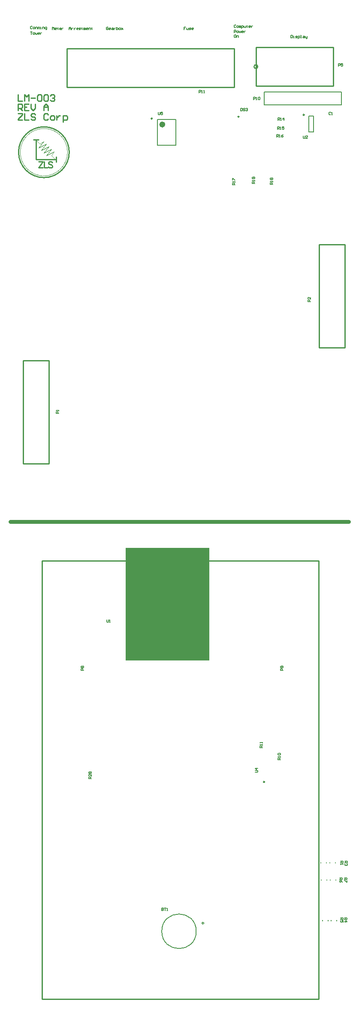
<source format=gbr>
G04 Layer_Color=65535*
%FSLAX26Y26*%
%MOIN*%
%TF.FileFunction,Legend,Top*%
%TF.Part,Single*%
G01*
G75*
%TA.AperFunction,NonConductor*%
%ADD42C,0.009842*%
%ADD43C,0.023622*%
%ADD44C,0.007874*%
%ADD45C,0.010000*%
%ADD46C,0.030000*%
%ADD48C,0.005000*%
%ADD80C,0.003937*%
%ADD81C,0.001000*%
G36*
X-1093000Y3575000D02*
X-1093000Y2700000D01*
X-1743000Y2700000D01*
X-1743000Y3575000D01*
X-1093000Y3575000D01*
X-1093000Y3575000D02*
G37*
D42*
X-1535299Y6904902D02*
G03*
X-1535299Y6904902I-4921J0D01*
G01*
X-860953Y6919878D02*
G03*
X-860953Y6919878I-4921J0D01*
G01*
X-353630Y6934027D02*
G03*
X-353630Y6934027I-4921J0D01*
G01*
X-662449Y1759291D02*
G03*
X-662449Y1759291I-4921J0D01*
G01*
D43*
X-1445732Y6858642D02*
G03*
X-1445732Y6858642I-11811J0D01*
G01*
D44*
X-1194142Y600000D02*
G03*
X-1194142Y600000I-133858J0D01*
G01*
X-1140992Y655118D02*
X-1140992Y674803D01*
X-1150835Y664961D02*
X-1131149Y664961D01*
X-666001Y7011500D02*
X-66001Y7011500D01*
X-666001Y7111500D02*
X-66001Y7111500D01*
X-666001Y7011500D02*
X-666001Y7111500D01*
X-66001Y7011500D02*
X-66001Y7111500D01*
X-1496913Y6697224D02*
X-1496913Y6898012D01*
X-1351243Y6697224D02*
X-1351243Y6898012D01*
X-1496913Y6898012D02*
X-1351243Y6898012D01*
X-1496913Y6697224D02*
X-1351243Y6697224D01*
X-183960Y1130753D02*
X-183960Y1134688D01*
X-227268Y1130753D02*
X-227268Y1134688D01*
X-156402Y1130753D02*
X-156402Y1134688D01*
X-113094Y1130753D02*
X-113094Y1134688D01*
X-144591Y681934D02*
X-144591Y685870D01*
X-101283Y681934D02*
X-101283Y685870D01*
X-223331Y996894D02*
X-223331Y1000832D01*
X-180023Y996894D02*
X-180023Y1000832D01*
X-168212Y681933D02*
X-168212Y685871D01*
X-211520Y681933D02*
X-211520Y685871D01*
X-109158Y996894D02*
X-109158Y1000830D01*
X-152464Y996894D02*
X-152464Y1000830D01*
X-280796Y6801153D02*
X-280796Y6923200D01*
X-320166Y6801153D02*
X-320166Y6923200D01*
X-320166Y6801153D02*
X-280796Y6801153D01*
X-320166Y6923200D02*
X-280796Y6923200D01*
D45*
X-716339Y7307176D02*
G03*
X-716339Y7307176I-14142J0D01*
G01*
X-2181150Y6643500D02*
G03*
X-2181150Y6643500I-196850J0D01*
G01*
X-2198000Y7148500D02*
X-2198000Y7448500D01*
X-2198000Y7148500D02*
X-898000Y7148500D01*
X-898000Y7448500D01*
X-2198000Y7448500D02*
X-898000Y7448500D01*
X-2393000Y75000D02*
X-2393000Y3475000D01*
X-2393000Y75000D02*
X-243000Y75000D01*
X-2393000Y3475000D02*
X-243000Y3475000D01*
X-243000Y75000D02*
X-243000Y3475000D01*
X-730481Y7157176D02*
X-730481Y7457176D01*
X-130481Y7457176D01*
X-130481Y7157176D02*
X-130481Y7457176D01*
X-730481Y7157176D02*
X-130481Y7157176D01*
X-2283000Y6566500D02*
X-2283000Y6606500D01*
X-2438000Y6586500D02*
X-2438000Y6736500D01*
X-2438000Y6586500D02*
X-2288000Y6586500D01*
X-2458000Y6741500D02*
X-2418000Y6741500D01*
X-2538000Y5028500D02*
X-2338000Y5028500D01*
X-2538000Y4228500D02*
X-2538000Y5028500D01*
X-2538000Y4228500D02*
X-2338000Y4228500D01*
X-2338000Y5028500D01*
X-238000Y5928500D02*
X-38000Y5928500D01*
X-238000Y5128500D02*
X-238000Y5928500D01*
X-238000Y5128500D02*
X-38000Y5128500D01*
X-38000Y5928500D01*
X-2386511Y6570734D02*
X-2418000Y6523500D01*
X-2418000Y6570734D02*
X-2386511Y6570734D01*
X-2418000Y6523500D02*
X-2386511Y6523500D01*
X-2375939Y6570734D02*
X-2375939Y6523500D01*
X-2348948Y6523500D01*
X-2312286Y6563986D02*
X-2316784Y6568485D01*
X-2323532Y6570734D01*
X-2332529Y6570734D01*
X-2339277Y6568485D01*
X-2343775Y6563986D01*
X-2343775Y6559488D01*
X-2341526Y6554989D01*
X-2339277Y6552740D01*
X-2334778Y6550491D01*
X-2321283Y6545992D01*
X-2316784Y6543743D01*
X-2314535Y6541494D01*
X-2312286Y6536995D01*
X-2312286Y6530248D01*
X-2316784Y6525749D01*
X-2323532Y6523500D01*
X-2332529Y6523500D01*
X-2339277Y6525749D01*
X-2343775Y6530248D01*
X-2578000Y7089984D02*
X-2578000Y7040000D01*
X-2544677Y7040000D01*
X-2528016Y7040000D02*
X-2528016Y7089984D01*
X-2511355Y7073323D01*
X-2494694Y7089984D01*
X-2494694Y7040000D01*
X-2478032Y7064992D02*
X-2444710Y7064992D01*
X-2428049Y7081653D02*
X-2419718Y7089984D01*
X-2403057Y7089984D01*
X-2394726Y7081653D01*
X-2394726Y7048331D01*
X-2403057Y7040000D01*
X-2419718Y7040000D01*
X-2428049Y7048331D01*
X-2428049Y7081653D01*
X-2378065Y7081653D02*
X-2369734Y7089984D01*
X-2353073Y7089984D01*
X-2344742Y7081653D01*
X-2344742Y7048331D01*
X-2353073Y7040000D01*
X-2369734Y7040000D01*
X-2378065Y7048331D01*
X-2378065Y7081653D01*
X-2328081Y7081653D02*
X-2319750Y7089984D01*
X-2303089Y7089984D01*
X-2294758Y7081653D01*
X-2294758Y7073323D01*
X-2303089Y7064992D01*
X-2311420Y7064992D01*
X-2303089Y7064992D01*
X-2294758Y7056661D01*
X-2294758Y7048331D01*
X-2303089Y7040000D01*
X-2319750Y7040000D01*
X-2328081Y7048331D01*
X-2578000Y6968500D02*
X-2578000Y7018484D01*
X-2553008Y7018484D01*
X-2544677Y7010153D01*
X-2544677Y6993492D01*
X-2553008Y6985161D01*
X-2578000Y6985161D01*
X-2561339Y6985161D02*
X-2544677Y6968500D01*
X-2494694Y7018484D02*
X-2528016Y7018484D01*
X-2528016Y6968500D01*
X-2494694Y6968500D01*
X-2528016Y6993492D02*
X-2511355Y6993492D01*
X-2478032Y7018484D02*
X-2478032Y6985161D01*
X-2461371Y6968500D01*
X-2444710Y6985161D01*
X-2444710Y7018484D01*
X-2378065Y6968500D02*
X-2378065Y7001823D01*
X-2361403Y7018484D01*
X-2344742Y7001823D01*
X-2344742Y6968500D01*
X-2344742Y6993492D01*
X-2378065Y6993492D01*
X-2578000Y6943484D02*
X-2544677Y6943484D01*
X-2544677Y6935153D01*
X-2578000Y6901831D01*
X-2578000Y6893500D01*
X-2544677Y6893500D01*
X-2528016Y6943484D02*
X-2528016Y6893500D01*
X-2494694Y6893500D01*
X-2444710Y6935153D02*
X-2453041Y6943484D01*
X-2469702Y6943484D01*
X-2478032Y6935153D01*
X-2478032Y6926823D01*
X-2469702Y6918492D01*
X-2453041Y6918492D01*
X-2444710Y6910161D01*
X-2444710Y6901831D01*
X-2453041Y6893500D01*
X-2469702Y6893500D01*
X-2478032Y6901831D01*
X-2344742Y6935153D02*
X-2353073Y6943484D01*
X-2369734Y6943484D01*
X-2378065Y6935153D01*
X-2378065Y6901831D01*
X-2369734Y6893500D01*
X-2353073Y6893500D01*
X-2344742Y6901831D01*
X-2319750Y6893500D02*
X-2303089Y6893500D01*
X-2294758Y6901831D01*
X-2294758Y6918492D01*
X-2303089Y6926823D01*
X-2319750Y6926823D01*
X-2328081Y6918492D01*
X-2328081Y6901831D01*
X-2319750Y6893500D01*
X-2278097Y6926823D02*
X-2278097Y6893500D01*
X-2278097Y6910161D01*
X-2269767Y6918492D01*
X-2261436Y6926823D01*
X-2253105Y6926823D01*
X-2228113Y6876839D02*
X-2228113Y6926823D01*
X-2203122Y6926823D01*
X-2194791Y6918492D01*
X-2194791Y6901831D01*
X-2203122Y6893500D01*
X-2228113Y6893500D01*
D46*
X-2637590Y3778910D02*
X-8575Y3778910D01*
D48*
X-2183000Y7593500D02*
X-2183000Y7606619D01*
X-2176441Y7613179D01*
X-2169881Y7606619D01*
X-2169881Y7593500D01*
X-2169881Y7603339D01*
X-2183000Y7603339D01*
X-2163321Y7606619D02*
X-2163321Y7593500D01*
X-2163321Y7600060D01*
X-2160042Y7603339D01*
X-2156762Y7606619D01*
X-2153482Y7606619D01*
X-2143643Y7606619D02*
X-2143643Y7593500D01*
X-2143643Y7600060D01*
X-2140363Y7603339D01*
X-2137083Y7606619D01*
X-2133803Y7606619D01*
X-2114125Y7593500D02*
X-2120684Y7593500D01*
X-2123964Y7596780D01*
X-2123964Y7603339D01*
X-2120684Y7606619D01*
X-2114125Y7606619D01*
X-2110845Y7603339D01*
X-2110845Y7600060D01*
X-2123964Y7600060D01*
X-2104286Y7593500D02*
X-2094446Y7593500D01*
X-2091166Y7596780D01*
X-2094446Y7600060D01*
X-2101006Y7600060D01*
X-2104286Y7603339D01*
X-2101006Y7606619D01*
X-2091166Y7606619D01*
X-2081327Y7609899D02*
X-2081327Y7606619D01*
X-2084607Y7606619D01*
X-2078048Y7606619D01*
X-2081327Y7606619D01*
X-2081327Y7596780D01*
X-2078048Y7593500D01*
X-2068208Y7593500D02*
X-2068208Y7606619D01*
X-2064928Y7606619D01*
X-2061649Y7603339D01*
X-2061649Y7593500D01*
X-2061649Y7603339D01*
X-2058369Y7606619D01*
X-2055089Y7603339D01*
X-2055089Y7593500D01*
X-2038690Y7593500D02*
X-2045250Y7593500D01*
X-2048530Y7596780D01*
X-2048530Y7603339D01*
X-2045250Y7606619D01*
X-2038690Y7606619D01*
X-2035410Y7603339D01*
X-2035410Y7600060D01*
X-2048530Y7600060D01*
X-2028851Y7593500D02*
X-2028851Y7606619D01*
X-2019012Y7606619D01*
X-2015732Y7603339D01*
X-2015732Y7593500D01*
X-2005892Y7609899D02*
X-2005892Y7606619D01*
X-2009172Y7606619D01*
X-2002613Y7606619D01*
X-2005892Y7606619D01*
X-2005892Y7596780D01*
X-2002613Y7593500D01*
X-2313000Y7593500D02*
X-2313000Y7613179D01*
X-2306441Y7606619D01*
X-2299881Y7613179D01*
X-2299881Y7593500D01*
X-2283482Y7593500D02*
X-2290042Y7593500D01*
X-2293321Y7596780D01*
X-2293321Y7603339D01*
X-2290042Y7606619D01*
X-2283482Y7606619D01*
X-2280202Y7603339D01*
X-2280202Y7600060D01*
X-2293321Y7600060D01*
X-2270363Y7609899D02*
X-2270363Y7606619D01*
X-2273643Y7606619D01*
X-2267083Y7606619D01*
X-2270363Y7606619D01*
X-2270363Y7596780D01*
X-2267083Y7593500D01*
X-2247405Y7593500D02*
X-2253964Y7593500D01*
X-2257244Y7596780D01*
X-2257244Y7603339D01*
X-2253964Y7606619D01*
X-2247405Y7606619D01*
X-2244125Y7603339D01*
X-2244125Y7600060D01*
X-2257244Y7600060D01*
X-2237565Y7606619D02*
X-2237565Y7593500D01*
X-2237565Y7600060D01*
X-2234285Y7603339D01*
X-2231006Y7606619D01*
X-2227726Y7606619D01*
X-886881Y7628687D02*
X-890161Y7631967D01*
X-896720Y7631967D01*
X-900000Y7628687D01*
X-900000Y7615568D01*
X-896720Y7612288D01*
X-890161Y7612288D01*
X-886881Y7615568D01*
X-877042Y7612288D02*
X-870482Y7612288D01*
X-867202Y7615568D01*
X-867202Y7622127D01*
X-870482Y7625407D01*
X-877042Y7625407D01*
X-880321Y7622127D01*
X-880321Y7615568D01*
X-877042Y7612288D01*
X-860643Y7612288D02*
X-860643Y7625407D01*
X-857363Y7625407D01*
X-854083Y7622127D01*
X-854083Y7612288D01*
X-854083Y7622127D01*
X-850803Y7625407D01*
X-847524Y7622127D01*
X-847524Y7612288D01*
X-840964Y7605729D02*
X-840964Y7625407D01*
X-831125Y7625407D01*
X-827845Y7622127D01*
X-827845Y7615568D01*
X-831125Y7612288D01*
X-840964Y7612288D01*
X-821286Y7625407D02*
X-821286Y7615568D01*
X-818006Y7612288D01*
X-808167Y7612288D01*
X-808167Y7625407D01*
X-798327Y7628687D02*
X-798327Y7625407D01*
X-801607Y7625407D01*
X-795048Y7625407D01*
X-798327Y7625407D01*
X-798327Y7615568D01*
X-795048Y7612288D01*
X-775369Y7612288D02*
X-781928Y7612288D01*
X-785208Y7615568D01*
X-785208Y7622127D01*
X-781928Y7625407D01*
X-775369Y7625407D01*
X-772089Y7622127D01*
X-772089Y7618848D01*
X-785208Y7618848D01*
X-765529Y7625407D02*
X-765529Y7612288D01*
X-765529Y7618848D01*
X-762250Y7622127D01*
X-758970Y7625407D01*
X-755690Y7625407D01*
X-900000Y7570114D02*
X-900000Y7589793D01*
X-890161Y7589793D01*
X-886881Y7586513D01*
X-886881Y7579954D01*
X-890161Y7576674D01*
X-900000Y7576674D01*
X-877042Y7570114D02*
X-870482Y7570114D01*
X-867202Y7573394D01*
X-867202Y7579954D01*
X-870482Y7583233D01*
X-877042Y7583233D01*
X-880321Y7579954D01*
X-880321Y7573394D01*
X-877042Y7570114D01*
X-860643Y7583233D02*
X-860643Y7573394D01*
X-857363Y7570114D01*
X-854083Y7573394D01*
X-850803Y7570114D01*
X-847524Y7573394D01*
X-847524Y7583233D01*
X-831125Y7570114D02*
X-837684Y7570114D01*
X-840964Y7573394D01*
X-840964Y7579954D01*
X-837684Y7583233D01*
X-831125Y7583233D01*
X-827845Y7579954D01*
X-827845Y7576674D01*
X-840964Y7576674D01*
X-821286Y7583233D02*
X-821286Y7570114D01*
X-821286Y7576674D01*
X-818006Y7579954D01*
X-814726Y7583233D01*
X-811446Y7583233D01*
X-890161Y7554179D02*
X-896720Y7554179D01*
X-900000Y7550899D01*
X-900000Y7537780D01*
X-896720Y7534500D01*
X-890161Y7534500D01*
X-886881Y7537780D01*
X-886881Y7550899D01*
X-890161Y7554179D01*
X-880321Y7534500D02*
X-880321Y7547619D01*
X-870482Y7547619D01*
X-867202Y7544339D01*
X-867202Y7534500D01*
X-1879881Y7609899D02*
X-1883161Y7613179D01*
X-1889720Y7613179D01*
X-1893000Y7609899D01*
X-1893000Y7596780D01*
X-1889720Y7593500D01*
X-1883161Y7593500D01*
X-1879881Y7596780D01*
X-1879881Y7603339D01*
X-1886440Y7603339D01*
X-1863482Y7593500D02*
X-1870042Y7593500D01*
X-1873321Y7596780D01*
X-1873321Y7603339D01*
X-1870042Y7606619D01*
X-1863482Y7606619D01*
X-1860202Y7603339D01*
X-1860202Y7600060D01*
X-1873321Y7600060D01*
X-1850363Y7606619D02*
X-1843803Y7606619D01*
X-1840524Y7603339D01*
X-1840524Y7593500D01*
X-1850363Y7593500D01*
X-1853643Y7596780D01*
X-1850363Y7600060D01*
X-1840524Y7600060D01*
X-1833964Y7606619D02*
X-1833964Y7593500D01*
X-1833964Y7600060D01*
X-1830684Y7603339D01*
X-1827405Y7606619D01*
X-1824125Y7606619D01*
X-1814286Y7613179D02*
X-1814286Y7593500D01*
X-1804446Y7593500D01*
X-1801167Y7596780D01*
X-1801167Y7600060D01*
X-1801167Y7603339D01*
X-1804446Y7606619D01*
X-1814286Y7606619D01*
X-1791327Y7593500D02*
X-1784768Y7593500D01*
X-1781488Y7596780D01*
X-1781488Y7603339D01*
X-1784768Y7606619D01*
X-1791327Y7606619D01*
X-1794607Y7603339D01*
X-1794607Y7596780D01*
X-1791327Y7593500D01*
X-1774928Y7606619D02*
X-1761809Y7593500D01*
X-1768369Y7600060D01*
X-1761809Y7606619D01*
X-1774928Y7593500D01*
X-2469881Y7617073D02*
X-2473161Y7620352D01*
X-2479720Y7620352D01*
X-2483000Y7617073D01*
X-2483000Y7603954D01*
X-2479720Y7600674D01*
X-2473161Y7600674D01*
X-2469881Y7603954D01*
X-2460042Y7600674D02*
X-2453482Y7600674D01*
X-2450202Y7603954D01*
X-2450202Y7610513D01*
X-2453482Y7613793D01*
X-2460042Y7613793D01*
X-2463321Y7610513D01*
X-2463321Y7603954D01*
X-2460042Y7600674D01*
X-2443643Y7600674D02*
X-2443643Y7613793D01*
X-2433803Y7613793D01*
X-2430524Y7610513D01*
X-2430524Y7600674D01*
X-2423964Y7600674D02*
X-2423964Y7613793D01*
X-2414125Y7613793D01*
X-2410845Y7610513D01*
X-2410845Y7600674D01*
X-2404286Y7600674D02*
X-2397726Y7600674D01*
X-2401006Y7600674D01*
X-2401006Y7613793D01*
X-2404286Y7613793D01*
X-2387887Y7600674D02*
X-2387887Y7613793D01*
X-2378047Y7613793D01*
X-2374768Y7610513D01*
X-2374768Y7600674D01*
X-2361649Y7594114D02*
X-2358369Y7594114D01*
X-2355089Y7597394D01*
X-2355089Y7613793D01*
X-2364928Y7613793D01*
X-2368208Y7610513D01*
X-2368208Y7603954D01*
X-2364928Y7600674D01*
X-2355089Y7600674D01*
X-2483000Y7578179D02*
X-2469881Y7578179D01*
X-2476441Y7578179D01*
X-2476441Y7558500D01*
X-2460042Y7558500D02*
X-2453482Y7558500D01*
X-2450202Y7561780D01*
X-2450202Y7568339D01*
X-2453482Y7571619D01*
X-2460042Y7571619D01*
X-2463321Y7568339D01*
X-2463321Y7561780D01*
X-2460042Y7558500D01*
X-2443643Y7571619D02*
X-2443643Y7561780D01*
X-2440363Y7558500D01*
X-2437083Y7561780D01*
X-2433803Y7558500D01*
X-2430524Y7561780D01*
X-2430524Y7571619D01*
X-2414125Y7558500D02*
X-2420684Y7558500D01*
X-2423964Y7561780D01*
X-2423964Y7568339D01*
X-2420684Y7571619D01*
X-2414125Y7571619D01*
X-2410845Y7568339D01*
X-2410845Y7565060D01*
X-2423964Y7565060D01*
X-2404286Y7571619D02*
X-2404286Y7558500D01*
X-2404286Y7565060D01*
X-2401006Y7568339D01*
X-2397726Y7571619D01*
X-2394446Y7571619D01*
X-460457Y7550205D02*
X-460457Y7530212D01*
X-450460Y7530212D01*
X-447128Y7533544D01*
X-447128Y7546873D01*
X-450460Y7550205D01*
X-460457Y7550205D01*
X-440463Y7530212D02*
X-433799Y7530212D01*
X-437131Y7530212D01*
X-437131Y7543541D01*
X-440463Y7543541D01*
X-423802Y7530212D02*
X-413805Y7530212D01*
X-410473Y7533544D01*
X-413805Y7536876D01*
X-420470Y7536876D01*
X-423802Y7540208D01*
X-420470Y7543541D01*
X-410473Y7543541D01*
X-403808Y7523547D02*
X-403808Y7543541D01*
X-393812Y7543541D01*
X-390479Y7540208D01*
X-390479Y7533544D01*
X-393812Y7530212D01*
X-403808Y7530212D01*
X-383815Y7530212D02*
X-377150Y7530212D01*
X-380483Y7530212D01*
X-380483Y7550205D01*
X-383815Y7550205D01*
X-363821Y7543541D02*
X-357157Y7543541D01*
X-353825Y7540208D01*
X-353825Y7530212D01*
X-363821Y7530212D01*
X-367154Y7533544D01*
X-363821Y7536876D01*
X-353825Y7536876D01*
X-347160Y7543541D02*
X-347160Y7533544D01*
X-343828Y7530212D01*
X-333831Y7530212D01*
X-333831Y7526879D01*
X-337163Y7523547D01*
X-340496Y7523547D01*
X-333831Y7530212D02*
X-333831Y7543541D01*
X-1461181Y782391D02*
X-1461181Y762398D01*
X-1451184Y762398D01*
X-1447852Y765730D01*
X-1447852Y769062D01*
X-1451184Y772394D01*
X-1461181Y772394D01*
X-1451184Y772394D01*
X-1447852Y775727D01*
X-1447852Y779059D01*
X-1451184Y782391D01*
X-1461181Y782391D01*
X-1441188Y782391D02*
X-1427859Y782391D01*
X-1434523Y782391D01*
X-1434523Y762398D01*
X-1421194Y762398D02*
X-1414530Y762398D01*
X-1417862Y762398D01*
X-1417862Y782391D01*
X-1421194Y779059D01*
X-2008000Y1785000D02*
X-2027994Y1785000D01*
X-2027994Y1794997D01*
X-2024661Y1798329D01*
X-2017997Y1798329D01*
X-2014665Y1794997D01*
X-2014665Y1785000D01*
X-2014665Y1791665D02*
X-2008000Y1798329D01*
X-2008000Y1818322D02*
X-2008000Y1804994D01*
X-2021329Y1818322D01*
X-2024661Y1818322D01*
X-2027994Y1814990D01*
X-2027994Y1808326D01*
X-2024661Y1804994D01*
X-2024661Y1824987D02*
X-2027994Y1828319D01*
X-2027994Y1834984D01*
X-2024661Y1838316D01*
X-2021329Y1838316D01*
X-2017997Y1834984D01*
X-2014665Y1838316D01*
X-2011332Y1838316D01*
X-2008000Y1834984D01*
X-2008000Y1828319D01*
X-2011332Y1824987D01*
X-2014665Y1824987D01*
X-2017997Y1828319D01*
X-2021329Y1824987D01*
X-2024661Y1824987D01*
X-2017997Y1828319D02*
X-2017997Y1834984D01*
X-538000Y1930000D02*
X-557994Y1930000D01*
X-557994Y1939997D01*
X-554661Y1943329D01*
X-547997Y1943329D01*
X-544664Y1939997D01*
X-544664Y1930000D01*
X-544664Y1936665D02*
X-538000Y1943329D01*
X-538000Y1949994D02*
X-538000Y1956658D01*
X-538000Y1953326D01*
X-557994Y1953326D01*
X-554661Y1949994D01*
X-554661Y1966655D02*
X-557994Y1969987D01*
X-557994Y1976652D01*
X-554661Y1979984D01*
X-541332Y1979984D01*
X-538000Y1976652D01*
X-538000Y1969987D01*
X-541332Y1966655D01*
X-554661Y1966655D01*
X-363000Y6769993D02*
X-363000Y6753332D01*
X-359668Y6750000D01*
X-353003Y6750000D01*
X-349671Y6753332D01*
X-349671Y6769993D01*
X-329678Y6750000D02*
X-343007Y6750000D01*
X-329678Y6763329D01*
X-329678Y6766661D01*
X-333010Y6769993D01*
X-339674Y6769993D01*
X-343007Y6766661D01*
X-678000Y2025000D02*
X-697994Y2025000D01*
X-697994Y2034997D01*
X-694661Y2038329D01*
X-687997Y2038329D01*
X-684664Y2034997D01*
X-684664Y2025000D01*
X-684664Y2031665D02*
X-678000Y2038329D01*
X-678000Y2044994D02*
X-678000Y2051658D01*
X-678000Y2048326D01*
X-697994Y2048326D01*
X-694661Y2044994D01*
X-678000Y2061655D02*
X-678000Y2068319D01*
X-678000Y2064987D01*
X-697994Y2064987D01*
X-694661Y2061655D01*
X-149671Y6951661D02*
X-153003Y6954993D01*
X-159668Y6954993D01*
X-163000Y6951661D01*
X-163000Y6938332D01*
X-159668Y6935000D01*
X-153003Y6935000D01*
X-149671Y6938332D01*
X-143006Y6935000D02*
X-136342Y6935000D01*
X-139674Y6935000D01*
X-139674Y6954993D01*
X-143006Y6951661D01*
X-1173000Y7105000D02*
X-1173000Y7124993D01*
X-1163003Y7124993D01*
X-1159671Y7121661D01*
X-1159671Y7114997D01*
X-1163003Y7111664D01*
X-1173000Y7111664D01*
X-1153006Y7105000D02*
X-1146342Y7105000D01*
X-1149674Y7105000D01*
X-1149674Y7124993D01*
X-1153006Y7121661D01*
X-1136345Y7105000D02*
X-1129681Y7105000D01*
X-1133013Y7105000D01*
X-1133013Y7124993D01*
X-1136345Y7121661D01*
X-1887425Y3018994D02*
X-1887425Y3002332D01*
X-1884093Y2999000D01*
X-1877428Y2999000D01*
X-1874096Y3002332D01*
X-1874096Y3018994D01*
X-1867432Y2999000D02*
X-1860767Y2999000D01*
X-1864099Y2999000D01*
X-1864099Y3018994D01*
X-1867432Y3015661D01*
X-2261150Y4618461D02*
X-2281143Y4618461D01*
X-2281143Y4628458D01*
X-2277811Y4631790D01*
X-2271146Y4631790D01*
X-2267814Y4628458D01*
X-2267814Y4618461D01*
X-2261150Y4638454D02*
X-2261150Y4645119D01*
X-2261150Y4641787D01*
X-2281143Y4641787D01*
X-2277811Y4638454D01*
X-306110Y5484799D02*
X-326104Y5484799D01*
X-326104Y5494796D01*
X-322772Y5498128D01*
X-316107Y5498128D01*
X-312775Y5494796D01*
X-312775Y5484799D01*
X-306110Y5518122D02*
X-306110Y5504793D01*
X-319439Y5518122D01*
X-322772Y5518122D01*
X-326104Y5514789D01*
X-326104Y5508125D01*
X-322772Y5504793D01*
X-748000Y7050000D02*
X-748000Y7069993D01*
X-738003Y7069993D01*
X-734671Y7066661D01*
X-734671Y7059997D01*
X-738003Y7056664D01*
X-748000Y7056664D01*
X-728006Y7050000D02*
X-721342Y7050000D01*
X-724674Y7050000D01*
X-724674Y7069993D01*
X-728006Y7066661D01*
X-711345Y7066661D02*
X-708013Y7069993D01*
X-701348Y7069993D01*
X-698016Y7066661D01*
X-698016Y7053332D01*
X-701348Y7050000D01*
X-708013Y7050000D01*
X-711345Y7053332D01*
X-711345Y7066661D01*
X-893000Y6390000D02*
X-912994Y6390000D01*
X-912994Y6399997D01*
X-909661Y6403329D01*
X-902997Y6403329D01*
X-899664Y6399997D01*
X-899664Y6390000D01*
X-899664Y6396664D02*
X-893000Y6403329D01*
X-893000Y6409993D02*
X-893000Y6416658D01*
X-893000Y6413326D01*
X-912994Y6413326D01*
X-909661Y6409993D01*
X-912994Y6426655D02*
X-912994Y6439984D01*
X-909661Y6439984D01*
X-896332Y6426655D01*
X-893000Y6426655D01*
X-598000Y6395000D02*
X-617994Y6395000D01*
X-617994Y6404997D01*
X-614661Y6408329D01*
X-607997Y6408329D01*
X-604664Y6404997D01*
X-604664Y6395000D01*
X-604664Y6401664D02*
X-598000Y6408329D01*
X-598000Y6414993D02*
X-598000Y6421658D01*
X-598000Y6418326D01*
X-617994Y6418326D01*
X-614661Y6414993D01*
X-614661Y6431655D02*
X-617994Y6434987D01*
X-617994Y6441652D01*
X-614661Y6444984D01*
X-611329Y6444984D01*
X-607997Y6441652D01*
X-604664Y6444984D01*
X-601332Y6444984D01*
X-598000Y6441652D01*
X-598000Y6434987D01*
X-601332Y6431655D01*
X-604664Y6431655D01*
X-607997Y6434987D01*
X-611329Y6431655D01*
X-614661Y6431655D01*
X-607997Y6434987D02*
X-607997Y6441652D01*
X-738000Y6400000D02*
X-757994Y6400000D01*
X-757994Y6409997D01*
X-754661Y6413329D01*
X-747997Y6413329D01*
X-744664Y6409997D01*
X-744664Y6400000D01*
X-744664Y6406664D02*
X-738000Y6413329D01*
X-738000Y6419993D02*
X-738000Y6426658D01*
X-738000Y6423326D01*
X-757994Y6423326D01*
X-754661Y6419993D01*
X-741332Y6436655D02*
X-738000Y6439987D01*
X-738000Y6446652D01*
X-741332Y6449984D01*
X-754661Y6449984D01*
X-757994Y6446652D01*
X-757994Y6439987D01*
X-754661Y6436655D01*
X-751329Y6436655D01*
X-747997Y6439987D01*
X-747997Y6449984D01*
X-88000Y7310000D02*
X-88000Y7329993D01*
X-78003Y7329993D01*
X-74671Y7326661D01*
X-74671Y7319997D01*
X-78003Y7316664D01*
X-88000Y7316664D01*
X-54678Y7329993D02*
X-68007Y7329993D01*
X-68007Y7319997D01*
X-61342Y7323329D01*
X-58010Y7323329D01*
X-54678Y7319997D01*
X-54678Y7313332D01*
X-58010Y7310000D01*
X-64674Y7310000D01*
X-68007Y7313332D01*
X-1488000Y6954993D02*
X-1488000Y6938332D01*
X-1484668Y6935000D01*
X-1478003Y6935000D01*
X-1474671Y6938332D01*
X-1474671Y6954993D01*
X-1454678Y6954993D02*
X-1468006Y6954993D01*
X-1468006Y6944997D01*
X-1461342Y6948329D01*
X-1458010Y6948329D01*
X-1454678Y6944997D01*
X-1454678Y6938332D01*
X-1458010Y6935000D01*
X-1464674Y6935000D01*
X-1468006Y6938332D01*
X-73000Y1145000D02*
X-53007Y1145000D01*
X-53007Y1135003D01*
X-56339Y1131671D01*
X-63003Y1131671D01*
X-66335Y1135003D01*
X-66335Y1145000D01*
X-66335Y1138335D02*
X-73000Y1131671D01*
X-73000Y1125006D02*
X-73000Y1118342D01*
X-73000Y1121674D01*
X-53007Y1121674D01*
X-56339Y1125006D01*
X-38000Y1145000D02*
X-18006Y1145000D01*
X-18006Y1135003D01*
X-21339Y1131671D01*
X-28003Y1131671D01*
X-31335Y1135003D01*
X-31335Y1145000D01*
X-31335Y1138335D02*
X-38000Y1131671D01*
X-21339Y1125006D02*
X-18006Y1121674D01*
X-18006Y1115010D01*
X-21339Y1111678D01*
X-24671Y1111678D01*
X-28003Y1115010D01*
X-28003Y1118342D01*
X-28003Y1115010D01*
X-31335Y1111678D01*
X-34668Y1111678D01*
X-38000Y1115010D01*
X-38000Y1121674D01*
X-34668Y1125006D01*
X-43000Y705000D02*
X-23006Y705000D01*
X-23006Y695003D01*
X-26339Y691671D01*
X-33003Y691671D01*
X-36336Y695003D01*
X-36336Y705000D01*
X-36336Y698336D02*
X-43000Y691671D01*
X-43000Y675010D02*
X-23006Y675010D01*
X-33003Y685006D01*
X-33003Y671678D01*
X-78000Y1015000D02*
X-58007Y1015000D01*
X-58007Y1005003D01*
X-61339Y1001671D01*
X-68003Y1001671D01*
X-71335Y1005003D01*
X-71335Y1015000D01*
X-71335Y1008336D02*
X-78000Y1001671D01*
X-58007Y981678D02*
X-61339Y988342D01*
X-68003Y995006D01*
X-74668Y995006D01*
X-78000Y991674D01*
X-78000Y985010D01*
X-74668Y981678D01*
X-71335Y981678D01*
X-68003Y985010D01*
X-68003Y995006D01*
X-73000Y705000D02*
X-53007Y705000D01*
X-53007Y695003D01*
X-56339Y691671D01*
X-63003Y691671D01*
X-66335Y695003D01*
X-66335Y705000D01*
X-66335Y698336D02*
X-73000Y691671D01*
X-53007Y671678D02*
X-53007Y685006D01*
X-63003Y685006D01*
X-59671Y678342D01*
X-59671Y675010D01*
X-63003Y671678D01*
X-69668Y671678D01*
X-73000Y675010D01*
X-73000Y681674D01*
X-69668Y685006D01*
X-43000Y1015000D02*
X-23006Y1015000D01*
X-23006Y1005003D01*
X-26339Y1001671D01*
X-33003Y1001671D01*
X-36336Y1005003D01*
X-36336Y1015000D01*
X-36336Y1008336D02*
X-43000Y1001671D01*
X-23006Y995006D02*
X-23006Y981678D01*
X-26339Y981678D01*
X-39668Y995006D01*
X-43000Y995006D01*
X-848000Y6984993D02*
X-848000Y6965000D01*
X-838003Y6965000D01*
X-834671Y6968332D01*
X-834671Y6981661D01*
X-838003Y6984993D01*
X-848000Y6984993D01*
X-814678Y6981661D02*
X-818010Y6984993D01*
X-824674Y6984993D01*
X-828006Y6981661D01*
X-828006Y6978329D01*
X-824674Y6974997D01*
X-818010Y6974997D01*
X-814678Y6971664D01*
X-814678Y6968332D01*
X-818010Y6965000D01*
X-824674Y6965000D01*
X-828006Y6968332D01*
X-808013Y6981661D02*
X-804681Y6984993D01*
X-798016Y6984993D01*
X-794684Y6981661D01*
X-794684Y6978329D01*
X-798016Y6974997D01*
X-801348Y6974997D01*
X-798016Y6974997D01*
X-794684Y6971664D01*
X-794684Y6968332D01*
X-798016Y6965000D01*
X-804681Y6965000D01*
X-808013Y6968332D01*
X-558000Y6890000D02*
X-558000Y6909993D01*
X-548003Y6909993D01*
X-544671Y6906661D01*
X-544671Y6899997D01*
X-548003Y6896664D01*
X-558000Y6896664D01*
X-551336Y6896664D02*
X-544671Y6890000D01*
X-538006Y6890000D02*
X-531342Y6890000D01*
X-534674Y6890000D01*
X-534674Y6909993D01*
X-538006Y6906661D01*
X-511348Y6890000D02*
X-511348Y6909993D01*
X-521345Y6899997D01*
X-508016Y6899997D01*
X-563000Y6820000D02*
X-563000Y6839993D01*
X-553003Y6839993D01*
X-549671Y6836661D01*
X-549671Y6829997D01*
X-553003Y6826664D01*
X-563000Y6826664D01*
X-556336Y6826664D02*
X-549671Y6820000D01*
X-543006Y6820000D02*
X-536342Y6820000D01*
X-539674Y6820000D01*
X-539674Y6839993D01*
X-543006Y6836661D01*
X-513016Y6839993D02*
X-526345Y6839993D01*
X-526345Y6829997D01*
X-519681Y6833329D01*
X-516348Y6833329D01*
X-513016Y6829997D01*
X-513016Y6823332D01*
X-516348Y6820000D01*
X-523013Y6820000D01*
X-526345Y6823332D01*
X-568000Y6760000D02*
X-568000Y6779993D01*
X-558003Y6779993D01*
X-554671Y6776661D01*
X-554671Y6769997D01*
X-558003Y6766664D01*
X-568000Y6766664D01*
X-561336Y6766664D02*
X-554671Y6760000D01*
X-548006Y6760000D02*
X-541342Y6760000D01*
X-544674Y6760000D01*
X-544674Y6779993D01*
X-548006Y6776661D01*
X-518016Y6779993D02*
X-524681Y6776661D01*
X-531345Y6769997D01*
X-531345Y6763332D01*
X-528013Y6760000D01*
X-521348Y6760000D01*
X-518016Y6763332D01*
X-518016Y6766664D01*
X-521348Y6769997D01*
X-531345Y6769997D01*
X-734994Y1835000D02*
X-718332Y1835000D01*
X-715000Y1838332D01*
X-715000Y1844997D01*
X-718332Y1848329D01*
X-734994Y1848329D01*
X-715000Y1864990D02*
X-734994Y1864990D01*
X-724997Y1854994D01*
X-724997Y1868322D01*
X-2068000Y2625000D02*
X-2087994Y2625000D01*
X-2087994Y2634997D01*
X-2084661Y2638329D01*
X-2077997Y2638329D01*
X-2074664Y2634997D01*
X-2074664Y2625000D01*
X-2084661Y2644994D02*
X-2087994Y2648326D01*
X-2087994Y2654990D01*
X-2084661Y2658323D01*
X-2081329Y2658323D01*
X-2077997Y2654990D01*
X-2074664Y2658323D01*
X-2071332Y2658323D01*
X-2068000Y2654990D01*
X-2068000Y2648326D01*
X-2071332Y2644994D01*
X-2074664Y2644994D01*
X-2077997Y2648326D01*
X-2081329Y2644994D01*
X-2084661Y2644994D01*
X-2077997Y2648326D02*
X-2077997Y2654990D01*
X-518000Y2625000D02*
X-537994Y2625000D01*
X-537994Y2634997D01*
X-534661Y2638329D01*
X-527997Y2638329D01*
X-524664Y2634997D01*
X-524664Y2625000D01*
X-521332Y2644994D02*
X-518000Y2648326D01*
X-518000Y2654990D01*
X-521332Y2658323D01*
X-534661Y2658323D01*
X-537994Y2654990D01*
X-537994Y2648326D01*
X-534661Y2644994D01*
X-531329Y2644994D01*
X-527997Y2648326D01*
X-527997Y2658323D01*
X-1274671Y7614993D02*
X-1288000Y7614993D01*
X-1288000Y7604997D01*
X-1281335Y7604997D01*
X-1288000Y7604997D01*
X-1288000Y7595000D01*
X-1268006Y7608329D02*
X-1268006Y7598332D01*
X-1264674Y7595000D01*
X-1254678Y7595000D01*
X-1254678Y7608329D01*
X-1248013Y7595000D02*
X-1238016Y7595000D01*
X-1234684Y7598332D01*
X-1238016Y7601664D01*
X-1244681Y7601664D01*
X-1248013Y7604997D01*
X-1244681Y7608329D01*
X-1234684Y7608329D01*
X-1218023Y7595000D02*
X-1224687Y7595000D01*
X-1228020Y7598332D01*
X-1228020Y7604997D01*
X-1224687Y7608329D01*
X-1218023Y7608329D01*
X-1214690Y7604997D01*
X-1214690Y7601664D01*
X-1228020Y7601664D01*
D80*
X-2194424Y6643500D02*
G03*
X-2194424Y6643500I-183576J0D01*
G01*
X-2408000Y6706500D02*
X-2378000Y6726500D01*
X-2318000Y6616500D02*
X-2288000Y6586500D01*
X-2318000Y6616500D02*
X-2298000Y6646500D01*
X-2398000Y6656500D02*
X-2358000Y6706500D01*
X-2378000Y6636500D02*
X-2338000Y6686500D01*
X-2398000Y6656500D02*
X-2338000Y6686500D01*
X-2378000Y6636500D02*
X-2318000Y6666500D01*
X-2438000Y6736500D02*
X-2408000Y6706500D01*
X-2358000Y6616500D02*
X-2298000Y6646500D01*
X-2418000Y6676500D02*
X-2378000Y6726500D01*
X-2418000Y6676500D02*
X-2358000Y6706500D01*
X-2358000Y6616500D02*
X-2318000Y6666500D01*
D81*
X-2632575Y3778910D02*
X-2480795Y3778910D01*
%TF.MD5,4b8f0a9354035d8ec6df208c0e36f603*%
M02*

</source>
